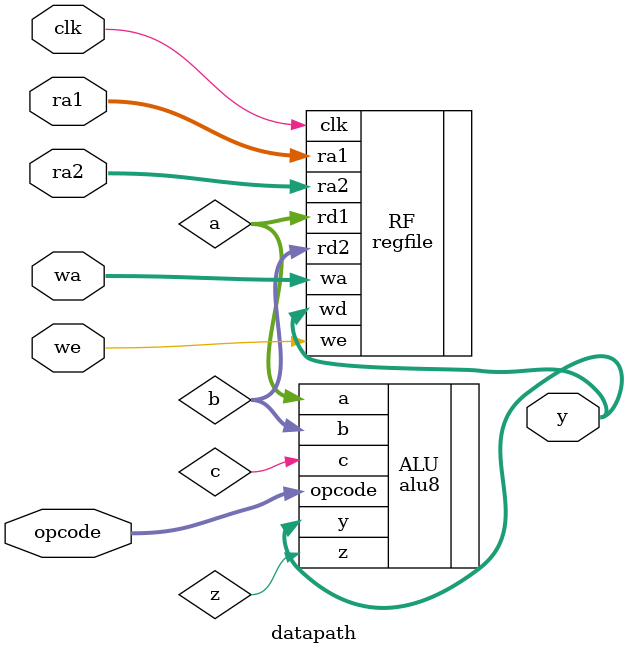
<source format=v>

module datapath (clk,we,ra1,ra2,wa,opcode,y);
  input clk;
  input we;
  input [1:0] ra1, ra2, wa;
  input [2:0] opcode;
  output [7:0] y;

  wire [7:0] a, b;  // data from RegFile to ALU
  wire z, c;        // flags from ALU

  // Register File instance
  regfile RF (
    .clk(clk),
    .we(we),
    .ra1(ra1),
    .ra2(ra2),
    .wa(wa),
    .wd(y),       // ALU result goes back to RegFile
    .rd1(a),
    .rd2(b)
  );

  // ALU instance
  alu8 ALU (
    .a(a),
    .b(b),
    .opcode(opcode),
    .y(y),
    .z(z),
    .c(c)
  );

endmodule

</source>
